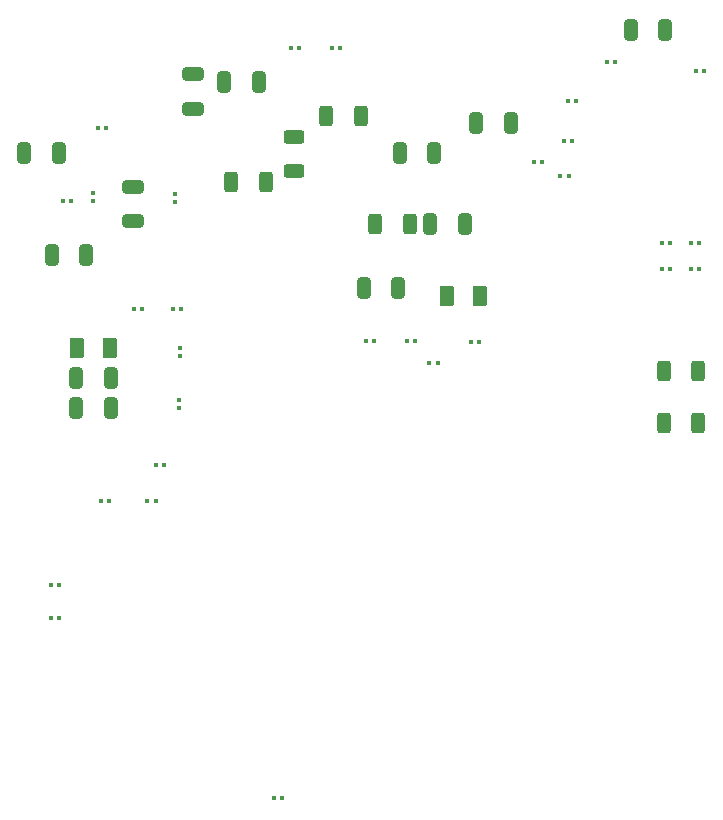
<source format=gbp>
G04 #@! TF.GenerationSoftware,KiCad,Pcbnew,8.0.7*
G04 #@! TF.CreationDate,2025-01-26T00:40:11-05:00*
G04 #@! TF.ProjectId,shadow,73686164-6f77-42e6-9b69-6361645f7063,rev?*
G04 #@! TF.SameCoordinates,Original*
G04 #@! TF.FileFunction,Paste,Bot*
G04 #@! TF.FilePolarity,Positive*
%FSLAX46Y46*%
G04 Gerber Fmt 4.6, Leading zero omitted, Abs format (unit mm)*
G04 Created by KiCad (PCBNEW 8.0.7) date 2025-01-26 00:40:11*
%MOMM*%
%LPD*%
G01*
G04 APERTURE LIST*
G04 Aperture macros list*
%AMRoundRect*
0 Rectangle with rounded corners*
0 $1 Rounding radius*
0 $2 $3 $4 $5 $6 $7 $8 $9 X,Y pos of 4 corners*
0 Add a 4 corners polygon primitive as box body*
4,1,4,$2,$3,$4,$5,$6,$7,$8,$9,$2,$3,0*
0 Add four circle primitives for the rounded corners*
1,1,$1+$1,$2,$3*
1,1,$1+$1,$4,$5*
1,1,$1+$1,$6,$7*
1,1,$1+$1,$8,$9*
0 Add four rect primitives between the rounded corners*
20,1,$1+$1,$2,$3,$4,$5,0*
20,1,$1+$1,$4,$5,$6,$7,0*
20,1,$1+$1,$6,$7,$8,$9,0*
20,1,$1+$1,$8,$9,$2,$3,0*%
G04 Aperture macros list end*
%ADD10RoundRect,0.079500X-0.079500X-0.100500X0.079500X-0.100500X0.079500X0.100500X-0.079500X0.100500X0*%
%ADD11RoundRect,0.250000X-0.375000X-0.625000X0.375000X-0.625000X0.375000X0.625000X-0.375000X0.625000X0*%
%ADD12RoundRect,0.250000X0.325000X0.650000X-0.325000X0.650000X-0.325000X-0.650000X0.325000X-0.650000X0*%
%ADD13RoundRect,0.079500X0.079500X0.100500X-0.079500X0.100500X-0.079500X-0.100500X0.079500X-0.100500X0*%
%ADD14RoundRect,0.079500X-0.100500X0.079500X-0.100500X-0.079500X0.100500X-0.079500X0.100500X0.079500X0*%
%ADD15RoundRect,0.250000X0.312500X0.625000X-0.312500X0.625000X-0.312500X-0.625000X0.312500X-0.625000X0*%
%ADD16RoundRect,0.250000X-0.312500X-0.625000X0.312500X-0.625000X0.312500X0.625000X-0.312500X0.625000X0*%
%ADD17RoundRect,0.250000X0.625000X-0.312500X0.625000X0.312500X-0.625000X0.312500X-0.625000X-0.312500X0*%
%ADD18RoundRect,0.250000X0.650000X-0.325000X0.650000X0.325000X-0.650000X0.325000X-0.650000X-0.325000X0*%
%ADD19RoundRect,0.079500X0.100500X-0.079500X0.100500X0.079500X-0.100500X0.079500X-0.100500X-0.079500X0*%
G04 APERTURE END LIST*
D10*
X105598000Y-75438000D03*
X106288000Y-75438000D03*
D11*
X100736000Y-78740000D03*
X103536000Y-78740000D03*
D12*
X127992000Y-73660000D03*
X125042000Y-73660000D03*
D13*
X142701000Y-61214000D03*
X142011000Y-61214000D03*
X100283000Y-66294000D03*
X99593000Y-66294000D03*
D12*
X99239600Y-62230000D03*
X96289600Y-62230000D03*
D10*
X128712000Y-78105000D03*
X129402000Y-78105000D03*
D14*
X109372000Y-83130000D03*
X109372000Y-83820000D03*
D13*
X99267000Y-98806000D03*
X98577000Y-98806000D03*
D12*
X103657000Y-83820000D03*
X100707000Y-83820000D03*
D13*
X99242000Y-101600000D03*
X98552000Y-101600000D03*
X123052000Y-53340000D03*
X122362000Y-53340000D03*
D11*
X132102000Y-74295000D03*
X134902000Y-74295000D03*
D12*
X150598000Y-51816000D03*
X147648000Y-51816000D03*
D13*
X119587000Y-53340000D03*
X118897000Y-53340000D03*
D15*
X153379500Y-80645000D03*
X150454500Y-80645000D03*
D13*
X153471000Y-69850000D03*
X152781000Y-69850000D03*
X142392000Y-64135000D03*
X141702000Y-64135000D03*
X103494000Y-91694000D03*
X102804000Y-91694000D03*
X150992000Y-69845000D03*
X150302000Y-69845000D03*
D12*
X101576000Y-70866000D03*
X98626000Y-70866000D03*
X116152000Y-56220000D03*
X113202000Y-56220000D03*
D15*
X153379500Y-85090000D03*
X150454500Y-85090000D03*
D13*
X108127000Y-88646000D03*
X107437000Y-88646000D03*
D16*
X121879500Y-59055000D03*
X124804500Y-59055000D03*
D13*
X150987000Y-72009000D03*
X150297000Y-72009000D03*
D12*
X131040000Y-62230000D03*
X128090000Y-62230000D03*
D13*
X118110000Y-116840000D03*
X117420000Y-116840000D03*
D12*
X103657000Y-81280000D03*
X100707000Y-81280000D03*
X137517000Y-59690000D03*
X134567000Y-59690000D03*
D15*
X128930000Y-68199000D03*
X126005000Y-68199000D03*
D10*
X134137000Y-78232000D03*
X134827000Y-78232000D03*
D16*
X113828100Y-64617600D03*
X116753100Y-64617600D03*
D14*
X109057000Y-65695000D03*
X109057000Y-66385000D03*
D13*
X143027000Y-57785000D03*
X142337000Y-57785000D03*
D12*
X133641500Y-68199000D03*
X130691500Y-68199000D03*
D17*
X119126000Y-63754000D03*
X119126000Y-60829000D03*
D18*
X110607300Y-58474400D03*
X110607300Y-55524400D03*
D10*
X130617000Y-80010000D03*
X131307000Y-80010000D03*
X108875000Y-75438000D03*
X109565000Y-75438000D03*
D13*
X125912000Y-78105000D03*
X125222000Y-78105000D03*
X146329000Y-54483000D03*
X145639000Y-54483000D03*
D18*
X105537000Y-67997600D03*
X105537000Y-65047600D03*
D13*
X107426000Y-91694000D03*
X106736000Y-91694000D03*
D14*
X109499000Y-78715000D03*
X109499000Y-79405000D03*
D19*
X102133000Y-66294000D03*
X102133000Y-65604000D03*
D13*
X140161000Y-62992000D03*
X139471000Y-62992000D03*
X153852000Y-55245000D03*
X153162000Y-55245000D03*
X103225600Y-60071000D03*
X102535600Y-60071000D03*
X153446000Y-72009000D03*
X152756000Y-72009000D03*
M02*

</source>
